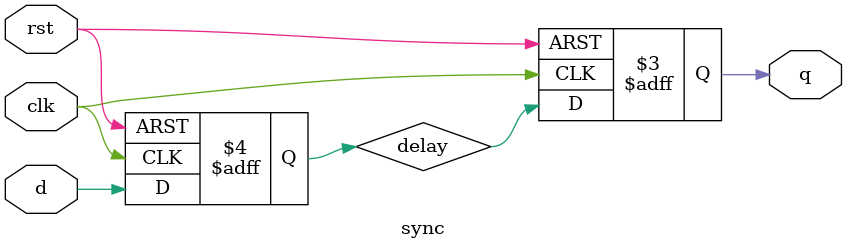
<source format=sv>

module sync
    (
     input logic  clk,
     input logic  rst,
     input logic  d,
     output logic q
     );

    logic         delay;
    
    always_ff @(posedge clk or posedge rst) begin
        if (rst == 1'b1) begin
            delay <= 1'b0;
            q <= 1'b0;
        end else begin        
            delay <= d;
            q <= delay;
        end        
    end
   
endmodule

</source>
